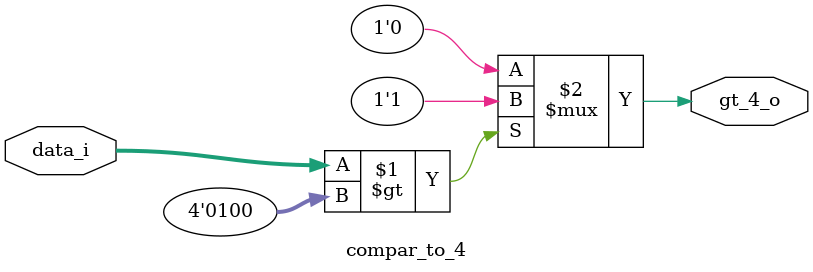
<source format=v>
module compar_to_4
(
  input wire  [3:0]   data_i,
  output wire         gt_4_o
);

assign gt_4_o = (data_i > 4'b0100)? 1'b1 : 1'b0;

endmodule

</source>
